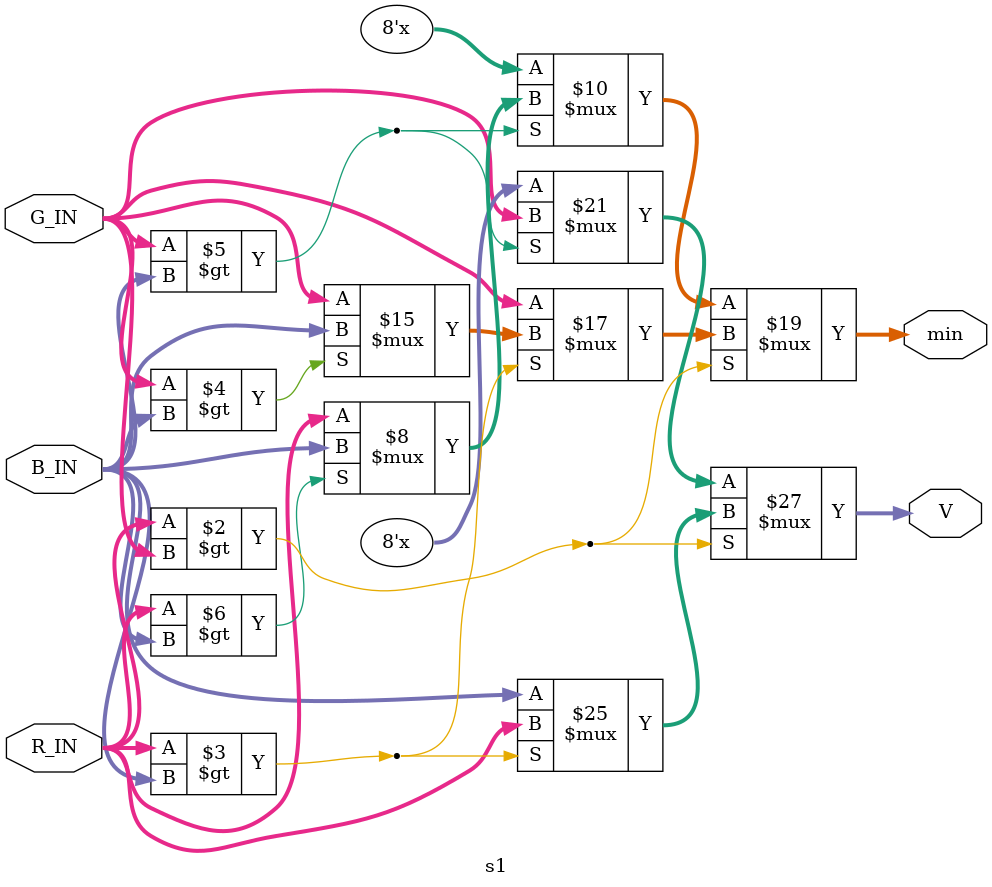
<source format=v>
module s1(
    input [7:0] R_IN,G_IN,B_IN,
    output reg [7:0] V, min 
);

always @(R_IN,G_IN,B_IN) begin
    if (R_IN > G_IN) begin
        if (R_IN > B_IN) begin
            V <= R_IN;
            if (G_IN > B_IN) begin
                min <= B_IN;
            end else begin
                min <= G_IN;
            end
        end else begin
            V <= B_IN;
            min <= G_IN;
        end
    end else if (G_IN > B_IN) begin
            V <= G_IN;
            if (R_IN > B_IN) begin
                min <= B_IN;
            end else begin
                min <= R_IN;
            end
     end
end 
endmodule 
</source>
